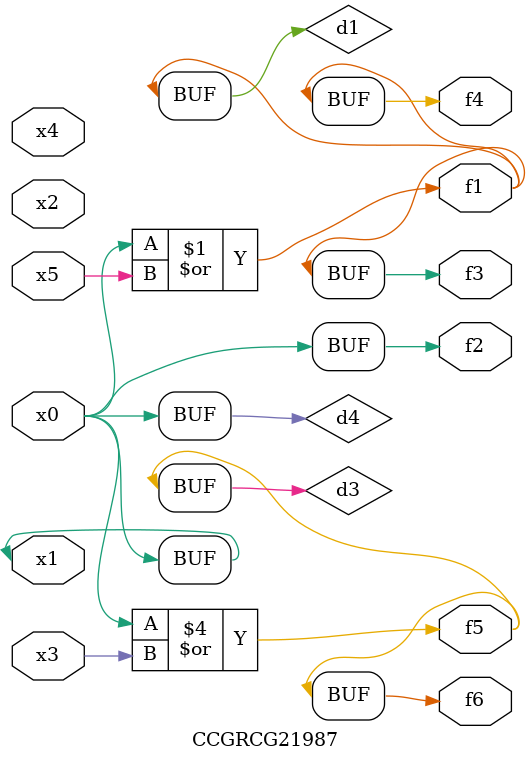
<source format=v>
module CCGRCG21987(
	input x0, x1, x2, x3, x4, x5,
	output f1, f2, f3, f4, f5, f6
);

	wire d1, d2, d3, d4;

	or (d1, x0, x5);
	xnor (d2, x1, x4);
	or (d3, x0, x3);
	buf (d4, x0, x1);
	assign f1 = d1;
	assign f2 = d4;
	assign f3 = d1;
	assign f4 = d1;
	assign f5 = d3;
	assign f6 = d3;
endmodule

</source>
